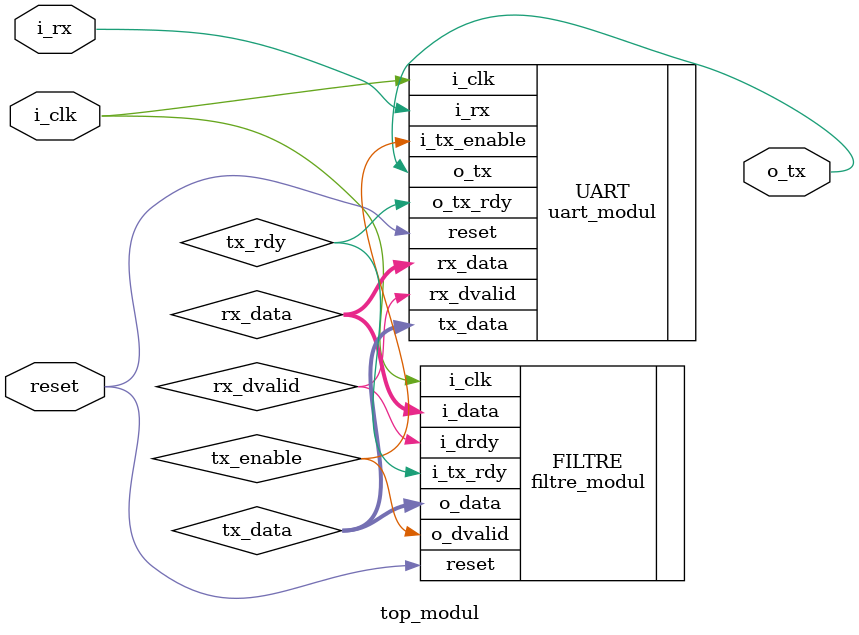
<source format=sv>
`timescale 1ns / 1ps

module top_modul
    #(parameter clk_speed = 100_000000,
        baudrate = 921600,
        D_BITS = 8,
        SP_BITS = 1,
        row_depth = 450,
        column_depth = 500)(
    input logic i_clk,
    input logic reset,
    input logic i_rx,
    output logic o_tx
    );

    logic [D_BITS - 1:0] dmem, tx_data, rx_data;
    logic wr_mem, rx_dvalid, tx_enable, tx_rdy, tx_done;
    logic [31:0] tot;

    filtre_modul #(
        .row_depth(row_depth),
        .column_depth(column_depth),
        .D_BITS(D_BITS)
    )FILTRE(
        .i_clk(i_clk),
        .reset(reset),
        .i_drdy(rx_dvalid),
        .i_tx_rdy(tx_rdy),
        .i_data(rx_data),
        .o_data(tx_data),
        .o_dvalid(tx_enable)
    );

    uart_modul #(
        .clk_speed(clk_speed), .baudrate(baudrate), .D_BITS(D_BITS), .SP_BITS(SP_BITS)       
    )UART(
        .i_clk(i_clk),
        .reset(reset),
        .i_rx(i_rx),
        .tx_data(tx_data),
        .i_tx_enable(tx_enable),
        .o_tx(o_tx),
        .rx_data(rx_data),
        .rx_dvalid(rx_dvalid),
        .o_tx_rdy(tx_rdy)
        //.o_tx_done(tx_done)
    );

endmodule

</source>
